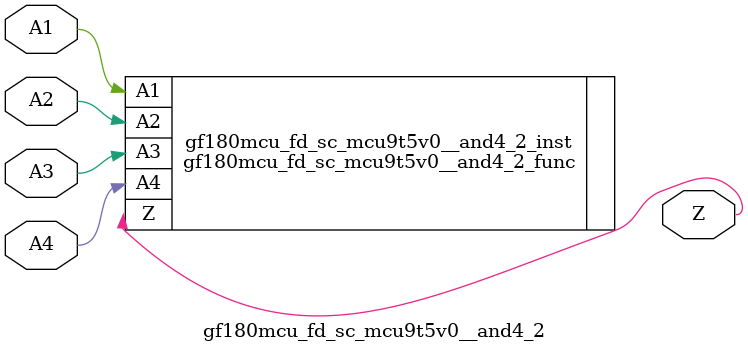
<source format=v>

module gf180mcu_fd_sc_mcu9t5v0__and4_2( A1, A2, A3, A4, Z );
input A1, A2, A3, A4;
output Z;

   `ifdef FUNCTIONAL  //  functional //

	gf180mcu_fd_sc_mcu9t5v0__and4_2_func gf180mcu_fd_sc_mcu9t5v0__and4_2_behav_inst(.A1(A1),.A2(A2),.A3(A3),.A4(A4),.Z(Z));

   `else

	gf180mcu_fd_sc_mcu9t5v0__and4_2_func gf180mcu_fd_sc_mcu9t5v0__and4_2_inst(.A1(A1),.A2(A2),.A3(A3),.A4(A4),.Z(Z));

	// spec_gates_begin


	// spec_gates_end



   specify

	// specify_block_begin

	// comb arc A1 --> Z
	 (A1 => Z) = (1.0,1.0);

	// comb arc A2 --> Z
	 (A2 => Z) = (1.0,1.0);

	// comb arc A3 --> Z
	 (A3 => Z) = (1.0,1.0);

	// comb arc A4 --> Z
	 (A4 => Z) = (1.0,1.0);

	// specify_block_end

   endspecify

   `endif

endmodule

</source>
